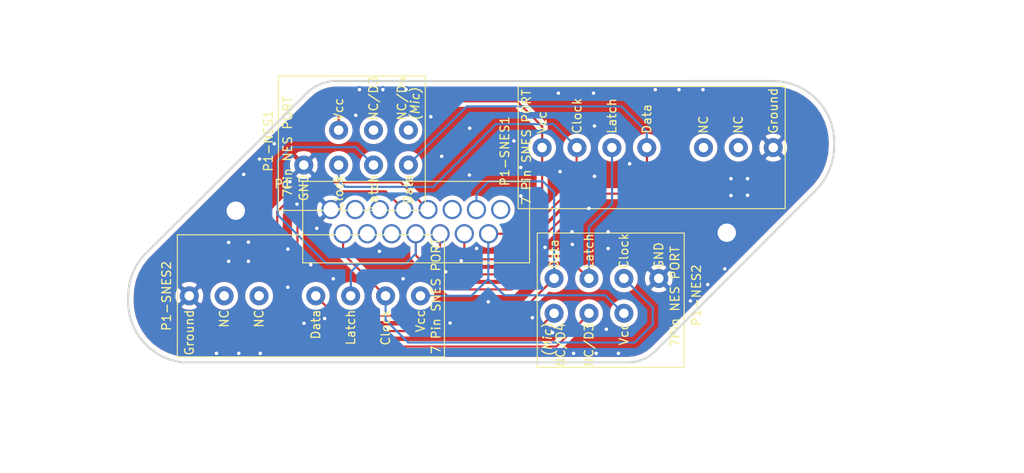
<source format=kicad_pcb>
(kicad_pcb (version 20171130) (host pcbnew "(5.1.8-0-10_14)")
  (layers (0 F.Cu signal) (31 B.Cu signal) (34 B.Paste user hide) (35 F.Paste user hide) (36 B.SilkS user hide) (37 F.SilkS user hide) (38 B.Mask user) (39 F.Mask user) (44 Edge.Cuts user))
  (net 0 "")
  (net 1 GND)
  (net 2 "Net-(P1-Pad2)")
  (net 3 "Net-(P1-Pad3)")
  (net 4 "Net-(P1-NES2-Pad5)")
  (net 5 "Net-(P1-NES2-Pad6)")
  (net 6 "Net-(P1-Pad6)")
  (net 7 "Net-(P1-NES2-Pad4)")
  (net 8 "Net-(P1-Pad8)")
  (net 9 VCC)
  (net 10 "Net-(P1-NES1-Pad2)")
  (net 11 "Net-(P1-NES1-Pad4)")
  (net 12 LATCH)
  (net 13 "Net-(P1-Pad11)")
  (net 14 "Net-(P1-Pad10)")
  (net 15 "Net-(P1-NES2-Pad2)")
  (net 16 "Net-(P1-NES1-Pad6)")
  (net 17 "Net-(P1-NES1-Pad5)")
  (net 18 "Net-(P1-SNES1-Pad5)")
  (net 19 "Net-(P1-SNES1-Pad6)")
  (net 20 "Net-(P1-SNES2-Pad6)")
  (net 21 "Net-(P1-SNES2-Pad5)")
  (module Artwork:Twin_Famicom_Side_Expansion_PCB_outline (layer F.Cu) (at 140.0937 94.54134)
    (fp_text reference G*** hide)
    (fp_text value LOGO hide)
  )
  (module Artwork:RainbowDash (layer F.Cu) (at 179.17668 95.35922)
    (fp_text reference G*** hide)
    (fp_text value LOGO hide)
  )
  (module NintendoPorts:DA-15 (layer F.Cu) (at 140.0937 94.54134)
    (fp_text reference P1 (at -5.52 -2.91) (layer F.SilkS))
    (fp_text value DA15)
    (fp_line (start -3.24 -3.23) (end -3.16 -3.23) (layer F.SilkS) (width 0.12))
    (fp_line (start -3.24 6.11) (end -3.24 -3.23) (layer F.SilkS) (width 0.12))
    (fp_line (start 22.77 6.11) (end -3.24 6.11) (layer F.SilkS) (width 0.12))
    (fp_line (start 22.77 -3.23) (end 22.77 6.11) (layer F.SilkS) (width 0.12))
    (fp_line (start -3.16 -3.23) (end 22.77 -3.23) (layer F.SilkS) (width 0.12))
    (pad 1 thru_hole circle (at 0 0) (size 2.2 2.2) (drill 1.71) (layers *.Cu *.Mask) (net 1 GND))
    (pad 2 thru_hole circle (at 2.78 0) (size 2.2 2.2) (drill 1.71) (layers *.Cu *.Mask) (net 2 "Net-(P1-Pad2)"))
    (pad 3 thru_hole circle (at 5.56 0) (size 2.2 2.2) (drill 1.71) (layers *.Cu *.Mask) (net 3 "Net-(P1-Pad3)"))
    (pad 4 thru_hole circle (at 8.34 0) (size 2.2 2.2) (drill 1.71) (layers *.Cu *.Mask) (net 4 "Net-(P1-NES2-Pad5)"))
    (pad 5 thru_hole circle (at 11.12 0) (size 2.2 2.2) (drill 1.71) (layers *.Cu *.Mask) (net 5 "Net-(P1-NES2-Pad6)"))
    (pad 6 thru_hole circle (at 13.9 0) (size 2.2 2.2) (drill 1.71) (layers *.Cu *.Mask) (net 6 "Net-(P1-Pad6)"))
    (pad 7 thru_hole circle (at 16.68 0) (size 2.2 2.2) (drill 1.71) (layers *.Cu *.Mask) (net 7 "Net-(P1-NES2-Pad4)"))
    (pad 8 thru_hole circle (at 19.46 0) (size 2.2 2.2) (drill 1.71) (layers *.Cu *.Mask) (net 8 "Net-(P1-Pad8)"))
    (pad 15 thru_hole circle (at 18.07 2.78) (size 2.2 2.2) (drill 1.71) (layers *.Cu *.Mask) (net 9 VCC))
    (pad 14 thru_hole circle (at 15.29 2.78) (size 2.2 2.2) (drill 1.71) (layers *.Cu *.Mask) (net 10 "Net-(P1-NES1-Pad2)"))
    (pad 13 thru_hole circle (at 12.51 2.78) (size 2.2 2.2) (drill 1.71) (layers *.Cu *.Mask) (net 11 "Net-(P1-NES1-Pad4)"))
    (pad 12 thru_hole circle (at 9.73 2.78) (size 2.2 2.2) (drill 1.71) (layers *.Cu *.Mask) (net 12 LATCH))
    (pad 11 thru_hole circle (at 6.95 2.78) (size 2.2 2.2) (drill 1.71) (layers *.Cu *.Mask) (net 13 "Net-(P1-Pad11)"))
    (pad 10 thru_hole circle (at 4.17 2.78) (size 2.2 2.2) (drill 1.71) (layers *.Cu *.Mask) (net 14 "Net-(P1-Pad10)"))
    (pad 9 thru_hole circle (at 1.39 2.78) (size 2.2 2.2) (drill 1.71) (layers *.Cu *.Mask) (net 15 "Net-(P1-NES2-Pad2)"))
  )
  (module NintendoPorts:7_Pin_NES_Controller_Port (layer F.Cu) (at 136.9767 89.43934 90)
    (fp_text reference P1-NES1 (at 2.76098 -4.06654 90) (layer F.SilkS))
    (fp_text value NES_7P_PORT)
    (fp_text user "(Mic)" (at 5.01 12.76 90) (layer F.SilkS) (effects (font (thickness 0.15) italic) (justify left)))
    (fp_text user Vcc (at 5 4 90) (layer F.SilkS) (effects (justify left)))
    (fp_text user NC/D3 (at 5 8 90) (layer F.SilkS) (effects (justify left)))
    (fp_text user NC/D4 (at 5.01 11.25 90) (layer F.SilkS) (effects (justify left)))
    (fp_text user "7Pin NES PORT" (at 2.09 -1.85 90) (layer F.SilkS))
    (fp_text user Data (at -1 12 90) (layer F.SilkS) (effects (justify right)))
    (fp_text user Latch (at -1 8 90) (layer F.SilkS) (effects (justify right)))
    (fp_text user Clock (at -1 4 90) (layer F.SilkS) (effects (justify right)))
    (fp_text user GND (at -1 0 90) (layer F.SilkS) (effects (justify right)))
    (fp_line (start -5.2 13.93) (end 10.2 13.93) (layer F.SilkS) (width 0.12))
    (fp_line (start 10.2 13.93) (end 10.2 -2.91) (layer F.SilkS) (width 0.12))
    (fp_line (start 10.2 -2.91) (end -5.2 -2.91) (layer F.SilkS) (width 0.12))
    (fp_line (start -5.2 -2.91) (end -5.2 13.93) (layer F.SilkS) (width 0.12))
    (pad 7 thru_hole circle (at 4 4 90) (size 2.18 2.18) (drill 1.09) (layers *.Cu *.Mask) (net 9 VCC))
    (pad 6 thru_hole circle (at 4 8 90) (size 2.18 2.18) (drill 1.09) (layers *.Cu *.Mask) (net 16 "Net-(P1-NES1-Pad6)"))
    (pad 5 thru_hole circle (at 4 12 90) (size 2.18 2.18) (drill 1.09) (layers *.Cu *.Mask) (net 17 "Net-(P1-NES1-Pad5)"))
    (pad 4 thru_hole circle (at 0 12 90) (size 2.18 2.18) (drill 1.09) (layers *.Cu *.Mask) (net 11 "Net-(P1-NES1-Pad4)"))
    (pad 3 thru_hole circle (at 0 8 90) (size 2.18 2.18) (drill 1.09) (layers *.Cu *.Mask) (net 12 LATCH))
    (pad 2 thru_hole circle (at 0 4 90) (size 2.18 2.18) (drill 1.09) (layers *.Cu *.Mask) (net 10 "Net-(P1-NES1-Pad2)"))
    (pad 1 thru_hole circle (at 0 0 90) (size 2.18 2.18) (drill 1.09) (layers *.Cu *.Mask) (net 1 GND))
  )
  (module NintendoPorts:7_Pin_NES_Controller_Port (layer F.Cu) (at 177.6767 102.43934 270)
    (fp_text reference P1-NES2 (at 1.93294 -4.31292 90) (layer F.SilkS))
    (fp_text value NES_7P_PORT)
    (fp_line (start -5.2 -2.91) (end -5.2 13.93) (layer F.SilkS) (width 0.12))
    (fp_line (start 10.2 -2.91) (end -5.2 -2.91) (layer F.SilkS) (width 0.12))
    (fp_line (start 10.2 13.93) (end 10.2 -2.91) (layer F.SilkS) (width 0.12))
    (fp_line (start -5.2 13.93) (end 10.2 13.93) (layer F.SilkS) (width 0.12))
    (fp_text user GND (at -1 0 90) (layer F.SilkS) (effects (justify left)))
    (fp_text user Clock (at -1 4 90) (layer F.SilkS) (effects (justify left)))
    (fp_text user Latch (at -1 8 90) (layer F.SilkS) (effects (justify left)))
    (fp_text user Data (at -1 12 90) (layer F.SilkS) (effects (justify left)))
    (fp_text user "7Pin NES PORT" (at 2.09 -1.85 90) (layer F.SilkS))
    (fp_text user NC/D4 (at 5.01 11.25 90) (layer F.SilkS) (effects (justify right)))
    (fp_text user NC/D3 (at 5 8 90) (layer F.SilkS) (effects (justify right)))
    (fp_text user Vcc (at 5 4 90) (layer F.SilkS) (effects (justify right)))
    (fp_text user "(Mic)" (at 5.01 12.76 90) (layer F.SilkS) (effects (font (thickness 0.15) italic) (justify right)))
    (pad 1 thru_hole circle (at 0 0 270) (size 2.18 2.18) (drill 1.09) (layers *.Cu *.Mask) (net 1 GND))
    (pad 2 thru_hole circle (at 0 4 270) (size 2.18 2.18) (drill 1.09) (layers *.Cu *.Mask) (net 15 "Net-(P1-NES2-Pad2)"))
    (pad 3 thru_hole circle (at 0 8 270) (size 2.18 2.18) (drill 1.09) (layers *.Cu *.Mask) (net 12 LATCH))
    (pad 4 thru_hole circle (at 0 12 270) (size 2.18 2.18) (drill 1.09) (layers *.Cu *.Mask) (net 7 "Net-(P1-NES2-Pad4)"))
    (pad 5 thru_hole circle (at 4 12 270) (size 2.18 2.18) (drill 1.09) (layers *.Cu *.Mask) (net 4 "Net-(P1-NES2-Pad5)"))
    (pad 6 thru_hole circle (at 4 8 270) (size 2.18 2.18) (drill 1.09) (layers *.Cu *.Mask) (net 5 "Net-(P1-NES2-Pad6)"))
    (pad 7 thru_hole circle (at 4 4 270) (size 2.18 2.18) (drill 1.09) (layers *.Cu *.Mask) (net 9 VCC))
  )
  (module NintendoPorts:7_Pin_SNES_Controller_Port (layer F.Cu) (at 164.3017 87.43934 90)
    (fp_text reference P1-SNES1 (at -0.41148 -4.2809 90) (layer F.SilkS))
    (fp_text value SNES_7P_PORT)
    (fp_line (start -7 -2.75) (end 7 -2.75) (layer F.SilkS) (width 0.12))
    (fp_line (start 7 -2.75) (end 7 27.87) (layer F.SilkS) (width 0.12))
    (fp_line (start 7 27.87) (end -7 27.87) (layer F.SilkS) (width 0.12))
    (fp_line (start -7 27.87) (end -7 -2.75) (layer F.SilkS) (width 0.12))
    (fp_text user Vcc (at 1.5 0 90) (layer F.SilkS) (effects (justify left)))
    (fp_text user Clock (at 1.5 4 90) (layer F.SilkS) (effects (justify left)))
    (fp_text user Latch (at 1.5 8 90) (layer F.SilkS) (effects (justify left)))
    (fp_text user Data (at 1.5 12 90) (layer F.SilkS) (effects (justify left)))
    (fp_text user NC (at 1.5 18.5 90) (layer F.SilkS) (effects (justify left)))
    (fp_text user NC (at 1.5 22.5 90) (layer F.SilkS) (effects (justify left)))
    (fp_text user Ground (at 1.5 26.5 90) (layer F.SilkS) (effects (justify left)))
    (fp_text user "7 Pin SNES PORT" (at 0.03 -1.79 90) (layer F.SilkS))
    (pad 1 thru_hole circle (at 0 0 90) (size 2.18 2.18) (drill 1.09) (layers *.Cu *.Mask) (net 9 VCC))
    (pad 2 thru_hole circle (at 0 4 90) (size 2.18 2.18) (drill 1.09) (layers *.Cu *.Mask) (net 10 "Net-(P1-NES1-Pad2)"))
    (pad 3 thru_hole circle (at 0 8 90) (size 2.18 2.18) (drill 1.09) (layers *.Cu *.Mask) (net 12 LATCH))
    (pad 4 thru_hole circle (at 0 12 90) (size 2.18 2.18) (drill 1.09) (layers *.Cu *.Mask) (net 11 "Net-(P1-NES1-Pad4)"))
    (pad 5 thru_hole circle (at 0 18.5 90) (size 2.18 2.18) (drill 1.09) (layers *.Cu *.Mask) (net 18 "Net-(P1-SNES1-Pad5)"))
    (pad 6 thru_hole circle (at 0 22.5 90) (size 2.18 2.18) (drill 1.09) (layers *.Cu *.Mask) (net 19 "Net-(P1-SNES1-Pad6)"))
    (pad 7 thru_hole circle (at 0 26.5 90) (size 2.18 2.18) (drill 1.09) (layers *.Cu *.Mask) (net 1 GND))
  )
  (module NintendoPorts:7_Pin_SNES_Controller_Port (layer F.Cu) (at 150.3517 104.43934 270)
    (fp_text reference P1-SNES2 (at 0.02032 29.11094 90) (layer F.SilkS))
    (fp_text value SNES_7P_PORT)
    (fp_text user "7 Pin SNES PORT" (at 0.03 -1.79 90) (layer F.SilkS))
    (fp_text user Ground (at 1.5 26.5 90) (layer F.SilkS) (effects (justify right)))
    (fp_text user NC (at 1.5 22.5 90) (layer F.SilkS) (effects (justify right)))
    (fp_text user NC (at 1.5 18.5 90) (layer F.SilkS) (effects (justify right)))
    (fp_text user Data (at 1.5 12 90) (layer F.SilkS) (effects (justify right)))
    (fp_text user Latch (at 1.5 8 90) (layer F.SilkS) (effects (justify right)))
    (fp_text user Clock (at 1.5 4 90) (layer F.SilkS) (effects (justify right)))
    (fp_text user Vcc (at 1.5 0 90) (layer F.SilkS) (effects (justify right)))
    (fp_line (start -7 27.87) (end -7 -2.75) (layer F.SilkS) (width 0.12))
    (fp_line (start 7 27.87) (end -7 27.87) (layer F.SilkS) (width 0.12))
    (fp_line (start 7 -2.75) (end 7 27.87) (layer F.SilkS) (width 0.12))
    (fp_line (start -7 -2.75) (end 7 -2.75) (layer F.SilkS) (width 0.12))
    (pad 7 thru_hole circle (at 0 26.5 270) (size 2.18 2.18) (drill 1.09) (layers *.Cu *.Mask) (net 1 GND))
    (pad 6 thru_hole circle (at 0 22.5 270) (size 2.18 2.18) (drill 1.09) (layers *.Cu *.Mask) (net 20 "Net-(P1-SNES2-Pad6)"))
    (pad 5 thru_hole circle (at 0 18.5 270) (size 2.18 2.18) (drill 1.09) (layers *.Cu *.Mask) (net 21 "Net-(P1-SNES2-Pad5)"))
    (pad 4 thru_hole circle (at 0 12 270) (size 2.18 2.18) (drill 1.09) (layers *.Cu *.Mask) (net 7 "Net-(P1-NES2-Pad4)"))
    (pad 3 thru_hole circle (at 0 8 270) (size 2.18 2.18) (drill 1.09) (layers *.Cu *.Mask) (net 12 LATCH))
    (pad 2 thru_hole circle (at 0 4 270) (size 2.18 2.18) (drill 1.09) (layers *.Cu *.Mask) (net 15 "Net-(P1-NES2-Pad2)"))
    (pad 1 thru_hole circle (at 0 0 270) (size 2.18 2.18) (drill 1.09) (layers *.Cu *.Mask) (net 9 VCC))
  )
  (gr_line (start 174.203401 112.061912) (end 123.058916 112.062623) (layer Edge.Cuts) (width 0.25))
  (gr_line (start 137.326168 81.199788) (end 118.780743 99.65182) (layer Edge.Cuts) (width 0.25))
  (gr_arc (start 140.6779 84.55152) (end 140.7414 79.81188) (angle -45.8) (layer Edge.Cuts) (width 0.25))
  (gr_line (start 190.759121 79.811454) (end 140.7414 79.81188) (layer Edge.Cuts) (width 0.25))
  (gr_line (start 197.795409 86.880593) (end 197.794921 87.180072) (layer Edge.Cuts) (width 0.25))
  (gr_arc (start 190.759121 86.847818) (end 197.795409 86.880593) (angle -90.3) (layer Edge.Cuts) (width 0.25))
  (gr_arc (start 190.456318 87.180072) (end 195.645102 92.36964) (angle -45) (layer Edge.Cuts) (width 0.25))
  (gr_line (start 177.320096 110.738739) (end 195.645102 92.36964) (layer Edge.Cuts) (width 0.25))
  (gr_arc (start 174.157681 107.621992) (end 174.203401 112.061912) (angle -44.8) (layer Edge.Cuts) (width 0.25))
  (gr_line (start 116.84508 104.48036) (end 116.84508 105.07842) (layer Edge.Cuts) (width 0.25))
  (gr_arc (start 123.835343 104.48036) (end 118.780743 99.65182) (angle -43.7) (layer Edge.Cuts) (width 0.25))
  (gr_arc (start 123.87834 105.07726) (end 116.84508 105.07842) (angle -83.3) (layer Edge.Cuts) (width 0.25))
  (via (at 135.15086 99.0727) (size 0.8) (drill 0.4) (layers F.Cu B.Cu) (net 1))
  (via (at 129.1807 94.67734) (size 4.8) (drill 2.1) (layers F.Cu B.Cu) (net 1))
  (via (at 185.4727 97.20134) (size 4.8) (drill 2.1) (layers F.Cu B.Cu) (net 1))
  (via (at 145.64614 99.33432) (size 0.8) (drill 0.4) (layers F.Cu B.Cu) (net 1))
  (via (at 148.36394 102.48392) (size 0.8) (drill 0.4) (layers F.Cu B.Cu) (net 1))
  (via (at 161.86404 92.98178) (size 0.8) (drill 0.4) (layers F.Cu B.Cu) (net 1))
  (via (at 170.307 90.73642) (size 0.8) (drill 0.4) (layers F.Cu B.Cu) (net 1))
  (via (at 133.604 87.00008) (size 0.8) (drill 0.4) (layers F.Cu B.Cu) (net 1))
  (via (at 131.90982 88.75776) (size 0.8) (drill 0.4) (layers F.Cu B.Cu) (net 1))
  (via (at 130.0861 90.51798) (size 0.8) (drill 0.4) (layers F.Cu B.Cu) (net 1))
  (via (at 126.96698 111.03102) (size 0.8) (drill 0.4) (layers F.Cu B.Cu) (net 1))
  (via (at 129.52476 111.03102) (size 0.8) (drill 0.4) (layers F.Cu B.Cu) (net 1))
  (via (at 131.98348 111.03102) (size 0.8) (drill 0.4) (layers F.Cu B.Cu) (net 1))
  (via (at 167.90924 111.03102) (size 0.8) (drill 0.4) (layers F.Cu B.Cu) (net 1))
  (via (at 170.50004 111.03102) (size 0.8) (drill 0.4) (layers F.Cu B.Cu) (net 1))
  (via (at 173.05528 111.03102) (size 0.8) (drill 0.4) (layers F.Cu B.Cu) (net 1))
  (via (at 181.31028 105.02392) (size 0.8) (drill 0.4) (layers F.Cu B.Cu) (net 1))
  (via (at 183.29148 103.13924) (size 0.8) (drill 0.4) (layers F.Cu B.Cu) (net 1))
  (via (at 185.2422 101.34854) (size 0.8) (drill 0.4) (layers F.Cu B.Cu) (net 1))
  (via (at 143.36268 80.79486) (size 0.8) (drill 0.4) (layers F.Cu B.Cu) (net 1))
  (via (at 146.04746 80.79486) (size 0.8) (drill 0.4) (layers F.Cu B.Cu) (net 1))
  (via (at 148.70176 80.79486) (size 0.8) (drill 0.4) (layers F.Cu B.Cu) (net 1))
  (via (at 177.27422 80.79486) (size 0.8) (drill 0.4) (layers F.Cu B.Cu) (net 1))
  (via (at 179.99202 80.79486) (size 0.8) (drill 0.4) (layers F.Cu B.Cu) (net 1))
  (via (at 182.7403 80.79486) (size 0.8) (drill 0.4) (layers F.Cu B.Cu) (net 1))
  (via (at 167.73652 97.08896) (size 0.8) (drill 0.4) (layers F.Cu B.Cu) (net 1))
  (via (at 167.767 98.54438) (size 0.8) (drill 0.4) (layers F.Cu B.Cu) (net 1))
  (via (at 137.77976 100.87102) (size 0.8) (drill 0.4) (layers F.Cu B.Cu) (net 1))
  (via (at 140.3604 102.48392) (size 0.8) (drill 0.4) (layers F.Cu B.Cu) (net 1))
  (via (at 138.47064 96.70034) (size 0.8) (drill 0.4) (layers F.Cu B.Cu) (net 1))
  (via (at 136.1948 93.92666) (size 0.8) (drill 0.4) (layers F.Cu B.Cu) (net 1))
  (via (at 137.00252 107.57916) (size 0.8) (drill 0.4) (layers F.Cu B.Cu) (net 1))
  (via (at 139.36726 107.0356) (size 0.8) (drill 0.4) (layers F.Cu B.Cu) (net 1))
  (via (at 158.13024 105.1179) (size 0.8) (drill 0.4) (layers F.Cu B.Cu) (net 1))
  (via (at 163.18738 106.94416) (size 0.8) (drill 0.4) (layers F.Cu B.Cu) (net 1))
  (via (at 165.49878 108.65358) (size 0.8) (drill 0.4) (layers F.Cu B.Cu) (net 1))
  (via (at 171.67098 108.2675) (size 0.8) (drill 0.4) (layers F.Cu B.Cu) (net 1))
  (via (at 171.87418 97.09658) (size 0.8) (drill 0.4) (layers F.Cu B.Cu) (net 1))
  (via (at 171.87418 99.01428) (size 0.8) (drill 0.4) (layers F.Cu B.Cu) (net 1))
  (via (at 174.33544 89.29624) (size 0.8) (drill 0.4) (layers F.Cu B.Cu) (net 1))
  (via (at 170.30446 84.963) (size 0.8) (drill 0.4) (layers F.Cu B.Cu) (net 1))
  (via (at 166.1668 81.19618) (size 0.8) (drill 0.4) (layers F.Cu B.Cu) (net 1))
  (via (at 170.19524 81.19618) (size 0.8) (drill 0.4) (layers F.Cu B.Cu) (net 1))
  (via (at 142.93596 83.74126) (size 0.8) (drill 0.4) (layers F.Cu B.Cu) (net 1))
  (via (at 151.54402 83.89874) (size 0.8) (drill 0.4) (layers F.Cu B.Cu) (net 1))
  (via (at 161.07156 86.6775) (size 0.8) (drill 0.4) (layers F.Cu B.Cu) (net 1))
  (via (at 155.99664 85.22208) (size 0.8) (drill 0.4) (layers F.Cu B.Cu) (net 1))
  (via (at 155.96616 90.5891) (size 0.8) (drill 0.4) (layers F.Cu B.Cu) (net 1))
  (via (at 185.95086 91.00566) (size 0.8) (drill 0.4) (layers F.Cu B.Cu) (net 1))
  (via (at 187.85332 91.00566) (size 0.8) (drill 0.4) (layers F.Cu B.Cu) (net 1))
  (via (at 187.85332 92.90812) (size 0.8) (drill 0.4) (layers F.Cu B.Cu) (net 1))
  (via (at 185.95086 92.94368) (size 0.8) (drill 0.4) (layers F.Cu B.Cu) (net 1))
  (via (at 128.36398 98.31832) (size 0.8) (drill 0.4) (layers F.Cu B.Cu) (net 1))
  (via (at 130.63474 100.47732) (size 0.8) (drill 0.4) (layers F.Cu B.Cu) (net 1))
  (via (at 128.36398 100.47732) (size 0.8) (drill 0.4) (layers F.Cu B.Cu) (net 1))
  (via (at 130.63474 98.28276) (size 0.8) (drill 0.4) (layers F.Cu B.Cu) (net 1))
  (via (at 156.79166 99.00412) (size 0.8) (drill 0.4) (layers F.Cu B.Cu) (net 1))
  (via (at 155.0289 100.42652) (size 0.8) (drill 0.4) (layers F.Cu B.Cu) (net 1))
  (via (at 153.25344 101.68382) (size 0.8) (drill 0.4) (layers F.Cu B.Cu) (net 1))
  (via (at 166.3573 90.19794) (size 0.8) (drill 0.4) (layers F.Cu B.Cu) (net 1))
  (via (at 169.66438 94.41434) (size 0.8) (drill 0.4) (layers F.Cu B.Cu) (net 1))
  (via (at 153.75128 107.5563) (size 0.8) (drill 0.4) (layers F.Cu B.Cu) (net 1))
  (via (at 152.78862 88.4428) (size 0.8) (drill 0.4) (layers F.Cu B.Cu) (net 1))
  (via (at 164.63264 98.8822) (size 0.8) (drill 0.4) (layers F.Cu B.Cu) (net 1))
  (via (at 135.15086 103.4542) (size 0.8) (drill 0.4) (layers F.Cu B.Cu) (net 1))
  (via (at 135.382 91.35872) (size 0.8) (drill 0.4) (layers F.Cu B.Cu) (net 1))
  (via (at 161.85388 89.7255) (size 0.8) (drill 0.4) (layers F.Cu B.Cu) (net 1))
  (segment (start 163.62934 108.47578) (end 165.6588 106.44632) (width 0.25) (layer F.Cu) (net 4))
  (segment (start 148.4337 94.54134) (end 146.35344 92.46108) (width 0.25) (layer F.Cu) (net 4))
  (segment (start 136.25576 105.54716) (end 139.18438 108.47578) (width 0.25) (layer F.Cu) (net 4))
  (segment (start 136.25576 95.23476) (end 136.25576 105.54716) (width 0.25) (layer F.Cu) (net 4))
  (segment (start 139.18438 108.47578) (end 163.62934 108.47578) (width 0.25) (layer F.Cu) (net 4))
  (segment (start 139.02944 92.46108) (end 136.25576 95.23476) (width 0.25) (layer F.Cu) (net 4))
  (segment (start 146.35344 92.46108) (end 139.02944 92.46108) (width 0.25) (layer F.Cu) (net 4))
  (segment (start 138.45794 110.25378) (end 165.93566 110.25378) (width 0.25) (layer F.Cu) (net 5))
  (segment (start 133.9342 105.73004) (end 138.45794 110.25378) (width 0.25) (layer F.Cu) (net 5))
  (segment (start 151.2137 94.54134) (end 148.08442 91.41206) (width 0.25) (layer F.Cu) (net 5))
  (segment (start 148.08442 91.41206) (end 137.31748 91.41206) (width 0.25) (layer F.Cu) (net 5))
  (segment (start 133.9342 94.79534) (end 133.9342 105.73004) (width 0.25) (layer F.Cu) (net 5))
  (segment (start 165.93566 110.25378) (end 169.69994 106.4895) (width 0.25) (layer F.Cu) (net 5))
  (segment (start 137.31748 91.41206) (end 133.9342 94.79534) (width 0.25) (layer F.Cu) (net 5))
  (segment (start 156.7737 94.54134) (end 156.7737 92.72288) (width 0.25) (layer B.Cu) (net 7))
  (segment (start 156.7737 92.72288) (end 158.18612 91.31046) (width 0.25) (layer B.Cu) (net 7))
  (segment (start 158.18612 91.31046) (end 164.39134 91.31046) (width 0.25) (layer B.Cu) (net 7))
  (segment (start 164.39134 91.31046) (end 165.67658 92.5957) (width 0.25) (layer B.Cu) (net 7))
  (segment (start 165.67658 92.5957) (end 165.67658 102.44582) (width 0.25) (layer B.Cu) (net 7))
  (segment (start 140.59916 106.6927) (end 138.34872 104.44226) (width 0.25) (layer F.Cu) (net 7))
  (segment (start 161.4297 106.6927) (end 140.59916 106.6927) (width 0.25) (layer F.Cu) (net 7))
  (segment (start 165.6767 102.4457) (end 161.4297 106.6927) (width 0.25) (layer F.Cu) (net 7))
  (segment (start 165.6767 102.43934) (end 165.6767 102.4457) (width 0.25) (layer F.Cu) (net 7))
  (segment (start 150.3517 104.43934) (end 156.19768 104.43934) (width 0.25) (layer B.Cu) (net 9))
  (segment (start 156.19768 104.43934) (end 158.13532 102.5017) (width 0.25) (layer B.Cu) (net 9))
  (segment (start 158.13532 102.5017) (end 158.13532 97.4598) (width 0.25) (layer B.Cu) (net 9))
  (segment (start 159.96666 104.37368) (end 171.54652 104.37368) (width 0.25) (layer B.Cu) (net 9))
  (segment (start 158.13532 102.54234) (end 159.96666 104.37368) (width 0.25) (layer B.Cu) (net 9))
  (segment (start 171.54652 104.37368) (end 173.66234 106.4895) (width 0.25) (layer B.Cu) (net 9))
  (segment (start 158.13532 102.5017) (end 158.13532 102.54234) (width 0.25) (layer B.Cu) (net 9))
  (segment (start 140.97508 83.1977) (end 140.97508 85.35924) (width 0.25) (layer F.Cu) (net 9))
  (segment (start 142.0368 82.13598) (end 140.97508 83.1977) (width 0.25) (layer F.Cu) (net 9))
  (segment (start 140.97508 85.35924) (end 140.95222 85.3821) (width 0.25) (layer F.Cu) (net 9))
  (segment (start 164.30498 93.10624) (end 164.30498 85.01888) (width 0.25) (layer F.Cu) (net 9))
  (segment (start 161.42208 82.13598) (end 142.0368 82.13598) (width 0.25) (layer F.Cu) (net 9))
  (segment (start 164.30498 85.01888) (end 161.42208 82.13598) (width 0.25) (layer F.Cu) (net 9))
  (segment (start 160.08988 97.32134) (end 164.30498 93.10624) (width 0.25) (layer F.Cu) (net 9))
  (segment (start 158.1637 97.32134) (end 160.08988 97.32134) (width 0.25) (layer F.Cu) (net 9))
  (segment (start 168.25722 91.56954) (end 168.25722 87.41664) (width 0.25) (layer F.Cu) (net 10))
  (segment (start 156.32684 100.25126) (end 159.5755 100.25126) (width 0.25) (layer F.Cu) (net 10))
  (segment (start 159.5755 100.25126) (end 168.25722 91.56954) (width 0.25) (layer F.Cu) (net 10))
  (segment (start 155.3837 99.30812) (end 156.32684 100.25126) (width 0.25) (layer F.Cu) (net 10))
  (segment (start 155.3837 97.32134) (end 155.3837 99.30812) (width 0.25) (layer F.Cu) (net 10))
  (segment (start 140.97508 89.53246) (end 140.92174 89.47912) (width 0.25) (layer B.Cu) (net 10))
  (segment (start 140.97508 91.20124) (end 140.97508 89.53246) (width 0.25) (layer B.Cu) (net 10))
  (segment (start 141.7193 91.94546) (end 140.97508 91.20124) (width 0.25) (layer B.Cu) (net 10))
  (segment (start 151.81326 91.94546) (end 141.7193 91.94546) (width 0.25) (layer B.Cu) (net 10))
  (segment (start 168.3017 87.43934) (end 165.61454 84.75218) (width 0.25) (layer B.Cu) (net 10))
  (segment (start 159.00654 84.75218) (end 151.81326 91.94546) (width 0.25) (layer B.Cu) (net 10))
  (segment (start 165.61454 84.75218) (end 159.00654 84.75218) (width 0.25) (layer B.Cu) (net 10))
  (segment (start 176.32172 89.81948) (end 176.32172 87.45728) (width 0.25) (layer F.Cu) (net 11))
  (segment (start 173.41342 92.72778) (end 176.32172 89.81948) (width 0.25) (layer F.Cu) (net 11))
  (segment (start 152.6037 99.51262) (end 155.06446 101.97338) (width 0.25) (layer F.Cu) (net 11))
  (segment (start 169.42054 92.72778) (end 173.41342 92.72778) (width 0.25) (layer F.Cu) (net 11))
  (segment (start 160.17494 101.97338) (end 169.42054 92.72778) (width 0.25) (layer F.Cu) (net 11))
  (segment (start 155.06446 101.97338) (end 160.17494 101.97338) (width 0.25) (layer F.Cu) (net 11))
  (segment (start 152.6037 97.32134) (end 152.6037 99.51262) (width 0.25) (layer F.Cu) (net 11))
  (segment (start 148.940521 89.441019) (end 148.915121 89.441019) (width 0.25) (layer B.Cu) (net 11))
  (segment (start 155.65882 82.72272) (end 148.940521 89.441019) (width 0.25) (layer B.Cu) (net 11))
  (segment (start 176.3017 85.62624) (end 173.39818 82.72272) (width 0.25) (layer B.Cu) (net 11))
  (segment (start 173.39818 82.72272) (end 155.65882 82.72272) (width 0.25) (layer B.Cu) (net 11))
  (segment (start 176.3017 87.43934) (end 176.3017 85.62624) (width 0.25) (layer B.Cu) (net 11))
  (segment (start 149.8237 97.32134) (end 149.8237 99.58652) (width 0.25) (layer B.Cu) (net 12))
  (segment (start 149.8237 99.58652) (end 148.65096 100.75926) (width 0.25) (layer B.Cu) (net 12))
  (segment (start 148.65096 100.75926) (end 143.31188 100.75926) (width 0.25) (layer B.Cu) (net 12))
  (segment (start 143.31188 100.75926) (end 142.37716 101.69398) (width 0.25) (layer B.Cu) (net 12))
  (segment (start 142.37716 101.69398) (end 142.37716 104.4194) (width 0.25) (layer B.Cu) (net 12))
  (segment (start 169.6767 102.43934) (end 169.6767 96.52292) (width 0.25) (layer B.Cu) (net 12))
  (segment (start 169.6767 96.52292) (end 172.32122 93.8784) (width 0.25) (layer B.Cu) (net 12))
  (segment (start 172.32122 93.8784) (end 172.32122 87.4395) (width 0.25) (layer B.Cu) (net 12))
  (segment (start 167.07358 99.88804) (end 169.67962 102.49408) (width 0.25) (layer F.Cu) (net 12))
  (segment (start 164.62756 99.88804) (end 167.07358 99.88804) (width 0.25) (layer F.Cu) (net 12))
  (segment (start 153.73604 103.70312) (end 160.81248 103.70312) (width 0.25) (layer F.Cu) (net 12))
  (segment (start 149.8237 99.79078) (end 153.73604 103.70312) (width 0.25) (layer F.Cu) (net 12))
  (segment (start 160.81248 103.70312) (end 164.62756 99.88804) (width 0.25) (layer F.Cu) (net 12))
  (segment (start 149.8237 97.32134) (end 149.8237 99.79078) (width 0.25) (layer F.Cu) (net 12))
  (segment (start 144.92224 89.37498) (end 144.92224 89.43594) (width 0.25) (layer B.Cu) (net 12))
  (segment (start 142.94358 87.39632) (end 144.92224 89.37498) (width 0.25) (layer B.Cu) (net 12))
  (segment (start 134.00278 88.9254) (end 135.53186 87.39632) (width 0.25) (layer B.Cu) (net 12))
  (segment (start 135.53186 87.39632) (end 142.94358 87.39632) (width 0.25) (layer B.Cu) (net 12))
  (segment (start 139.5857 100.75926) (end 134.00278 95.17634) (width 0.25) (layer B.Cu) (net 12))
  (segment (start 134.00278 95.17634) (end 134.00278 88.9254) (width 0.25) (layer B.Cu) (net 12))
  (segment (start 143.31188 100.75926) (end 139.5857 100.75926) (width 0.25) (layer B.Cu) (net 12))
  (segment (start 141.4837 97.32134) (end 141.4837 99.60164) (width 0.25) (layer F.Cu) (net 15))
  (segment (start 141.4837 99.60164) (end 146.20494 104.32288) (width 0.25) (layer F.Cu) (net 15))
  (segment (start 146.35734 107.2007) (end 146.35734 104.42956) (width 0.25) (layer B.Cu) (net 15))
  (segment (start 174.92472 109.78642) (end 148.94306 109.78642) (width 0.25) (layer B.Cu) (net 15))
  (segment (start 148.94306 109.78642) (end 146.35734 107.2007) (width 0.25) (layer B.Cu) (net 15))
  (segment (start 176.98466 107.72648) (end 174.92472 109.78642) (width 0.25) (layer B.Cu) (net 15))
  (segment (start 176.98466 105.7473) (end 176.98466 107.72648) (width 0.25) (layer B.Cu) (net 15))
  (segment (start 173.6767 102.43934) (end 176.98466 105.7473) (width 0.25) (layer B.Cu) (net 15))
  (zone (net 1) (net_name GND) (layer F.Cu) (connect_pads (clearance 0.508)) (min_thickness 0.254) (fill yes (arc_segments 32) (thermal_gap 0.508) (thermal_bridge_width 0.508))
    (polygon (pts (xy 219.5576 123.97613) (xy 102.23373 124.766705) (xy 102.14991 71.311135) (xy 219.47378 70.52056)))
  )
  (zone (net 1) (net_name GND) (layer B.Cu) (connect_pads (clearance 0.508)) (min_thickness 0.254) (fill yes (arc_segments 32) (thermal_gap 0.508) (thermal_bridge_width 0.508))
    (polygon (pts (xy 216.70391 121.83999) (xy 105.57129 122.18289) (xy 105.47477 73.71715) (xy 216.60739 73.37425)))
  )
)
</source>
